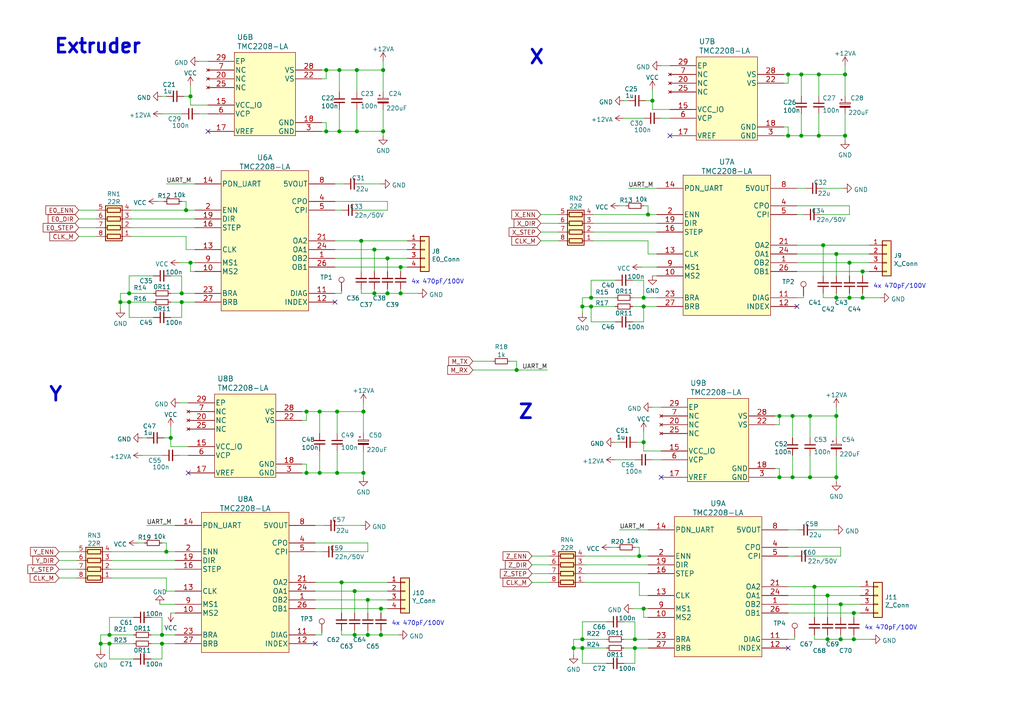
<source format=kicad_sch>
(kicad_sch (version 20210406) (generator eeschema)
  (paper "A4")
  (junction (at 29.21 186.69) (diameter 1.016))
  (junction (at 31.75 184.15) (diameter 1.016))
  (junction (at 31.75 186.69) (diameter 1.016))
  (junction (at 34.925 87.63) (diameter 1.016))
  (junction (at 37.465 85.09) (diameter 1.016))
  (junction (at 37.465 87.63) (diameter 1.016))
  (junction (at 46.99 184.15) (diameter 1.016))
  (junction (at 46.99 186.69) (diameter 1.016))
  (junction (at 48.26 160.02) (diameter 1.016))
  (junction (at 49.53 127) (diameter 1.016))
  (junction (at 52.705 85.09) (diameter 1.016))
  (junction (at 52.705 87.63) (diameter 1.016))
  (junction (at 53.975 60.96) (diameter 1.016))
  (junction (at 55.245 27.94) (diameter 1.016))
  (junction (at 55.245 76.2) (diameter 1.016))
  (junction (at 88.9 119.38) (diameter 1.016))
  (junction (at 88.9 137.16) (diameter 1.016))
  (junction (at 92.71 119.38) (diameter 1.016))
  (junction (at 92.71 137.16) (diameter 1.016))
  (junction (at 94.615 20.32) (diameter 1.016))
  (junction (at 94.615 38.1) (diameter 1.016))
  (junction (at 97.79 119.38) (diameter 1.016))
  (junction (at 97.79 137.16) (diameter 1.016))
  (junction (at 98.425 20.32) (diameter 1.016))
  (junction (at 98.425 38.1) (diameter 1.016))
  (junction (at 99.06 168.91) (diameter 1.016))
  (junction (at 102.87 171.45) (diameter 1.016))
  (junction (at 102.87 184.15) (diameter 1.016))
  (junction (at 103.505 20.32) (diameter 1.016))
  (junction (at 103.505 38.1) (diameter 1.016))
  (junction (at 104.775 69.85) (diameter 1.016))
  (junction (at 105.41 119.38) (diameter 1.016))
  (junction (at 105.41 137.16) (diameter 1.016))
  (junction (at 106.68 173.99) (diameter 1.016))
  (junction (at 106.68 184.15) (diameter 1.016))
  (junction (at 108.585 72.39) (diameter 1.016))
  (junction (at 108.585 85.09) (diameter 1.016))
  (junction (at 110.49 176.53) (diameter 1.016))
  (junction (at 110.49 184.15) (diameter 1.016))
  (junction (at 111.125 20.32) (diameter 1.016))
  (junction (at 111.125 38.1) (diameter 1.016))
  (junction (at 112.395 74.93) (diameter 1.016))
  (junction (at 112.395 85.09) (diameter 1.016))
  (junction (at 116.205 77.47) (diameter 1.016))
  (junction (at 116.205 85.09) (diameter 1.016))
  (junction (at 149.86 107.315) (diameter 1.016))
  (junction (at 166.37 187.96) (diameter 1.016))
  (junction (at 168.91 88.9) (diameter 1.016))
  (junction (at 168.91 185.42) (diameter 1.016))
  (junction (at 168.91 187.96) (diameter 1.016))
  (junction (at 171.45 86.36) (diameter 1.016))
  (junction (at 171.45 88.9) (diameter 1.016))
  (junction (at 184.15 185.42) (diameter 1.016))
  (junction (at 184.15 187.96) (diameter 1.016))
  (junction (at 185.42 161.29) (diameter 1.016))
  (junction (at 186.69 86.36) (diameter 1.016))
  (junction (at 186.69 88.9) (diameter 1.016))
  (junction (at 186.69 128.27) (diameter 1.016))
  (junction (at 186.69 176.53) (diameter 1.016))
  (junction (at 187.96 62.23) (diameter 1.016))
  (junction (at 189.23 29.21) (diameter 1.016))
  (junction (at 226.06 120.65) (diameter 1.016))
  (junction (at 226.06 138.43) (diameter 1.016))
  (junction (at 228.6 21.59) (diameter 1.016))
  (junction (at 228.6 39.37) (diameter 1.016))
  (junction (at 229.87 120.65) (diameter 1.016))
  (junction (at 229.87 138.43) (diameter 1.016))
  (junction (at 232.41 21.59) (diameter 1.016))
  (junction (at 232.41 39.37) (diameter 1.016))
  (junction (at 234.95 120.65) (diameter 1.016))
  (junction (at 234.95 138.43) (diameter 1.016))
  (junction (at 236.22 170.18) (diameter 1.016))
  (junction (at 237.49 21.59) (diameter 1.016))
  (junction (at 237.49 39.37) (diameter 1.016))
  (junction (at 238.76 71.12) (diameter 1.016))
  (junction (at 240.03 172.72) (diameter 1.016))
  (junction (at 240.03 185.42) (diameter 1.016))
  (junction (at 242.57 73.66) (diameter 1.016))
  (junction (at 242.57 86.36) (diameter 1.016))
  (junction (at 242.57 120.65) (diameter 1.016))
  (junction (at 242.57 138.43) (diameter 1.016))
  (junction (at 243.84 175.26) (diameter 1.016))
  (junction (at 243.84 185.42) (diameter 1.016))
  (junction (at 245.11 21.59) (diameter 1.016))
  (junction (at 245.11 39.37) (diameter 1.016))
  (junction (at 246.38 76.2) (diameter 1.016))
  (junction (at 246.38 86.36) (diameter 1.016))
  (junction (at 247.65 177.8) (diameter 1.016))
  (junction (at 247.65 185.42) (diameter 1.016))
  (junction (at 250.19 78.74) (diameter 1.016))
  (junction (at 250.19 86.36) (diameter 1.016))
  (no_connect (at 54.61 137.16))
  (no_connect (at 60.325 38.1))
  (no_connect (at 91.44 186.69))
  (no_connect (at 97.155 87.63))
  (no_connect (at 191.77 138.43))
  (no_connect (at 194.31 39.37))
  (no_connect (at 228.6 187.96))
  (no_connect (at 231.14 88.9))
  (wire (pts (xy 17.145 162.56) (xy 22.225 162.56)))
  (wire (pts (xy 17.145 167.64) (xy 22.225 167.64)))
  (wire (pts (xy 22.225 160.02) (xy 17.145 160.02)))
  (wire (pts (xy 22.225 165.1) (xy 17.145 165.1)))
  (wire (pts (xy 22.86 63.5) (xy 27.94 63.5)))
  (wire (pts (xy 22.86 68.58) (xy 27.94 68.58)))
  (wire (pts (xy 27.94 60.96) (xy 22.86 60.96)))
  (wire (pts (xy 27.94 66.04) (xy 22.86 66.04)))
  (wire (pts (xy 29.21 184.15) (xy 29.21 186.69)))
  (wire (pts (xy 29.21 184.15) (xy 31.75 184.15)))
  (wire (pts (xy 29.21 186.69) (xy 29.21 188.595)))
  (wire (pts (xy 29.21 186.69) (xy 31.75 186.69)))
  (wire (pts (xy 31.75 179.07) (xy 31.75 184.15)))
  (wire (pts (xy 31.75 184.15) (xy 38.735 184.15)))
  (wire (pts (xy 31.75 186.69) (xy 38.735 186.69)))
  (wire (pts (xy 31.75 191.135) (xy 31.75 186.69)))
  (wire (pts (xy 31.75 191.135) (xy 38.735 191.135)))
  (wire (pts (xy 32.385 160.02) (xy 48.26 160.02)))
  (wire (pts (xy 32.385 165.1) (xy 50.8 165.1)))
  (wire (pts (xy 32.385 167.64) (xy 48.26 167.64)))
  (wire (pts (xy 34.925 85.09) (xy 34.925 87.63)))
  (wire (pts (xy 34.925 85.09) (xy 37.465 85.09)))
  (wire (pts (xy 34.925 87.63) (xy 34.925 89.535)))
  (wire (pts (xy 34.925 87.63) (xy 37.465 87.63)))
  (wire (pts (xy 37.465 80.01) (xy 37.465 85.09)))
  (wire (pts (xy 37.465 85.09) (xy 44.45 85.09)))
  (wire (pts (xy 37.465 87.63) (xy 44.45 87.63)))
  (wire (pts (xy 37.465 92.075) (xy 37.465 87.63)))
  (wire (pts (xy 37.465 92.075) (xy 44.45 92.075)))
  (wire (pts (xy 38.1 60.96) (xy 53.975 60.96)))
  (wire (pts (xy 38.1 66.04) (xy 56.515 66.04)))
  (wire (pts (xy 38.1 68.58) (xy 53.975 68.58)))
  (wire (pts (xy 38.735 179.07) (xy 31.75 179.07)))
  (wire (pts (xy 40.005 157.48) (xy 41.91 157.48)))
  (wire (pts (xy 42.545 127) (xy 41.275 127)))
  (wire (pts (xy 43.815 179.07) (xy 46.99 179.07)))
  (wire (pts (xy 43.815 184.15) (xy 46.99 184.15)))
  (wire (pts (xy 43.815 186.69) (xy 46.99 186.69)))
  (wire (pts (xy 43.815 191.135) (xy 46.99 191.135)))
  (wire (pts (xy 44.45 80.01) (xy 37.465 80.01)))
  (wire (pts (xy 45.72 58.42) (xy 47.625 58.42)))
  (wire (pts (xy 46.355 175.26) (xy 50.8 175.26)))
  (wire (pts (xy 46.99 132.08) (xy 41.275 132.08)))
  (wire (pts (xy 46.99 157.48) (xy 48.26 157.48)))
  (wire (pts (xy 46.99 179.07) (xy 46.99 184.15)))
  (wire (pts (xy 46.99 184.15) (xy 50.8 184.15)))
  (wire (pts (xy 46.99 186.69) (xy 50.8 186.69)))
  (wire (pts (xy 46.99 191.135) (xy 46.99 186.69)))
  (wire (pts (xy 47.625 127) (xy 49.53 127)))
  (wire (pts (xy 48.26 27.94) (xy 46.99 27.94)))
  (wire (pts (xy 48.26 157.48) (xy 48.26 160.02)))
  (wire (pts (xy 48.26 160.02) (xy 50.8 160.02)))
  (wire (pts (xy 48.26 167.64) (xy 48.26 171.45)))
  (wire (pts (xy 48.26 171.45) (xy 50.8 171.45)))
  (wire (pts (xy 49.53 80.01) (xy 52.705 80.01)))
  (wire (pts (xy 49.53 85.09) (xy 52.705 85.09)))
  (wire (pts (xy 49.53 87.63) (xy 52.705 87.63)))
  (wire (pts (xy 49.53 92.075) (xy 52.705 92.075)))
  (wire (pts (xy 49.53 123.825) (xy 49.53 127)))
  (wire (pts (xy 49.53 127) (xy 49.53 129.54)))
  (wire (pts (xy 49.53 129.54) (xy 54.61 129.54)))
  (wire (pts (xy 50.8 152.4) (xy 42.545 152.4)))
  (wire (pts (xy 50.8 162.56) (xy 32.385 162.56)))
  (wire (pts (xy 50.8 177.8) (xy 49.53 177.8)))
  (wire (pts (xy 52.07 76.2) (xy 55.245 76.2)))
  (wire (pts (xy 52.07 132.08) (xy 54.61 132.08)))
  (wire (pts (xy 52.705 33.02) (xy 46.99 33.02)))
  (wire (pts (xy 52.705 58.42) (xy 53.975 58.42)))
  (wire (pts (xy 52.705 80.01) (xy 52.705 85.09)))
  (wire (pts (xy 52.705 85.09) (xy 56.515 85.09)))
  (wire (pts (xy 52.705 87.63) (xy 56.515 87.63)))
  (wire (pts (xy 52.705 92.075) (xy 52.705 87.63)))
  (wire (pts (xy 53.34 27.94) (xy 55.245 27.94)))
  (wire (pts (xy 53.975 58.42) (xy 53.975 60.96)))
  (wire (pts (xy 53.975 60.96) (xy 56.515 60.96)))
  (wire (pts (xy 53.975 68.58) (xy 53.975 72.39)))
  (wire (pts (xy 53.975 72.39) (xy 56.515 72.39)))
  (wire (pts (xy 54.61 116.84) (xy 52.07 116.84)))
  (wire (pts (xy 55.245 24.765) (xy 55.245 27.94)))
  (wire (pts (xy 55.245 27.94) (xy 55.245 30.48)))
  (wire (pts (xy 55.245 30.48) (xy 60.325 30.48)))
  (wire (pts (xy 55.245 76.2) (xy 56.515 76.2)))
  (wire (pts (xy 55.245 78.74) (xy 55.245 76.2)))
  (wire (pts (xy 56.515 53.34) (xy 48.26 53.34)))
  (wire (pts (xy 56.515 63.5) (xy 38.1 63.5)))
  (wire (pts (xy 56.515 78.74) (xy 55.245 78.74)))
  (wire (pts (xy 57.785 33.02) (xy 60.325 33.02)))
  (wire (pts (xy 60.325 17.78) (xy 57.785 17.78)))
  (wire (pts (xy 87.63 119.38) (xy 88.9 119.38)))
  (wire (pts (xy 87.63 121.92) (xy 88.9 121.92)))
  (wire (pts (xy 87.63 134.62) (xy 88.9 134.62)))
  (wire (pts (xy 87.63 137.16) (xy 88.9 137.16)))
  (wire (pts (xy 88.9 119.38) (xy 92.71 119.38)))
  (wire (pts (xy 88.9 121.92) (xy 88.9 119.38)))
  (wire (pts (xy 88.9 134.62) (xy 88.9 137.16)))
  (wire (pts (xy 88.9 137.16) (xy 92.71 137.16)))
  (wire (pts (xy 91.44 152.4) (xy 93.98 152.4)))
  (wire (pts (xy 91.44 157.48) (xy 106.68 157.48)))
  (wire (pts (xy 91.44 168.91) (xy 99.06 168.91)))
  (wire (pts (xy 91.44 171.45) (xy 102.87 171.45)))
  (wire (pts (xy 91.44 173.99) (xy 106.68 173.99)))
  (wire (pts (xy 91.44 176.53) (xy 110.49 176.53)))
  (wire (pts (xy 92.71 119.38) (xy 97.79 119.38)))
  (wire (pts (xy 92.71 125.73) (xy 92.71 119.38)))
  (wire (pts (xy 92.71 130.81) (xy 92.71 137.16)))
  (wire (pts (xy 92.71 137.16) (xy 97.79 137.16)))
  (wire (pts (xy 93.345 20.32) (xy 94.615 20.32)))
  (wire (pts (xy 93.345 22.86) (xy 94.615 22.86)))
  (wire (pts (xy 93.345 35.56) (xy 94.615 35.56)))
  (wire (pts (xy 93.345 38.1) (xy 94.615 38.1)))
  (wire (pts (xy 93.345 160.02) (xy 91.44 160.02)))
  (wire (pts (xy 93.345 183.515) (xy 93.345 184.15)))
  (wire (pts (xy 93.345 184.15) (xy 91.44 184.15)))
  (wire (pts (xy 94.615 20.32) (xy 98.425 20.32)))
  (wire (pts (xy 94.615 22.86) (xy 94.615 20.32)))
  (wire (pts (xy 94.615 35.56) (xy 94.615 38.1)))
  (wire (pts (xy 94.615 38.1) (xy 98.425 38.1)))
  (wire (pts (xy 97.155 53.34) (xy 99.695 53.34)))
  (wire (pts (xy 97.155 58.42) (xy 112.395 58.42)))
  (wire (pts (xy 97.155 69.85) (xy 104.775 69.85)))
  (wire (pts (xy 97.155 72.39) (xy 108.585 72.39)))
  (wire (pts (xy 97.155 74.93) (xy 112.395 74.93)))
  (wire (pts (xy 97.155 77.47) (xy 116.205 77.47)))
  (wire (pts (xy 97.79 119.38) (xy 105.41 119.38)))
  (wire (pts (xy 97.79 125.73) (xy 97.79 119.38)))
  (wire (pts (xy 97.79 130.81) (xy 97.79 137.16)))
  (wire (pts (xy 97.79 137.16) (xy 105.41 137.16)))
  (wire (pts (xy 98.425 20.32) (xy 103.505 20.32)))
  (wire (pts (xy 98.425 26.67) (xy 98.425 20.32)))
  (wire (pts (xy 98.425 31.75) (xy 98.425 38.1)))
  (wire (pts (xy 98.425 38.1) (xy 103.505 38.1)))
  (wire (pts (xy 99.06 60.96) (xy 97.155 60.96)))
  (wire (pts (xy 99.06 84.455) (xy 99.06 85.09)))
  (wire (pts (xy 99.06 85.09) (xy 97.155 85.09)))
  (wire (pts (xy 99.06 168.91) (xy 112.395 168.91)))
  (wire (pts (xy 99.06 177.8) (xy 99.06 168.91)))
  (wire (pts (xy 99.06 184.15) (xy 99.06 182.88)))
  (wire (pts (xy 102.87 171.45) (xy 112.395 171.45)))
  (wire (pts (xy 102.87 177.8) (xy 102.87 171.45)))
  (wire (pts (xy 102.87 182.88) (xy 102.87 184.15)))
  (wire (pts (xy 102.87 184.15) (xy 99.06 184.15)))
  (wire (pts (xy 103.505 20.32) (xy 111.125 20.32)))
  (wire (pts (xy 103.505 26.67) (xy 103.505 20.32)))
  (wire (pts (xy 103.505 31.75) (xy 103.505 38.1)))
  (wire (pts (xy 103.505 38.1) (xy 111.125 38.1)))
  (wire (pts (xy 104.775 69.85) (xy 118.11 69.85)))
  (wire (pts (xy 104.775 78.74) (xy 104.775 69.85)))
  (wire (pts (xy 104.775 85.09) (xy 104.775 83.82)))
  (wire (pts (xy 104.775 152.4) (xy 99.06 152.4)))
  (wire (pts (xy 105.41 116.84) (xy 105.41 119.38)))
  (wire (pts (xy 105.41 119.38) (xy 105.41 125.73)))
  (wire (pts (xy 105.41 130.81) (xy 105.41 137.16)))
  (wire (pts (xy 105.41 138.43) (xy 105.41 137.16)))
  (wire (pts (xy 106.68 157.48) (xy 106.68 160.02)))
  (wire (pts (xy 106.68 160.02) (xy 98.425 160.02)))
  (wire (pts (xy 106.68 173.99) (xy 112.395 173.99)))
  (wire (pts (xy 106.68 177.8) (xy 106.68 173.99)))
  (wire (pts (xy 106.68 182.88) (xy 106.68 184.15)))
  (wire (pts (xy 106.68 184.15) (xy 102.87 184.15)))
  (wire (pts (xy 108.585 72.39) (xy 118.11 72.39)))
  (wire (pts (xy 108.585 78.74) (xy 108.585 72.39)))
  (wire (pts (xy 108.585 83.82) (xy 108.585 85.09)))
  (wire (pts (xy 108.585 85.09) (xy 104.775 85.09)))
  (wire (pts (xy 110.49 53.34) (xy 104.775 53.34)))
  (wire (pts (xy 110.49 176.53) (xy 112.395 176.53)))
  (wire (pts (xy 110.49 177.8) (xy 110.49 176.53)))
  (wire (pts (xy 110.49 182.88) (xy 110.49 184.15)))
  (wire (pts (xy 110.49 184.15) (xy 106.68 184.15)))
  (wire (pts (xy 111.125 17.78) (xy 111.125 20.32)))
  (wire (pts (xy 111.125 20.32) (xy 111.125 26.67)))
  (wire (pts (xy 111.125 31.75) (xy 111.125 38.1)))
  (wire (pts (xy 111.125 39.37) (xy 111.125 38.1)))
  (wire (pts (xy 112.395 58.42) (xy 112.395 60.96)))
  (wire (pts (xy 112.395 60.96) (xy 104.14 60.96)))
  (wire (pts (xy 112.395 74.93) (xy 118.11 74.93)))
  (wire (pts (xy 112.395 78.74) (xy 112.395 74.93)))
  (wire (pts (xy 112.395 83.82) (xy 112.395 85.09)))
  (wire (pts (xy 112.395 85.09) (xy 108.585 85.09)))
  (wire (pts (xy 115.57 184.15) (xy 110.49 184.15)))
  (wire (pts (xy 116.205 77.47) (xy 118.11 77.47)))
  (wire (pts (xy 116.205 78.74) (xy 116.205 77.47)))
  (wire (pts (xy 116.205 83.82) (xy 116.205 85.09)))
  (wire (pts (xy 116.205 85.09) (xy 112.395 85.09)))
  (wire (pts (xy 121.285 85.09) (xy 116.205 85.09)))
  (wire (pts (xy 142.875 104.775) (xy 137.16 104.775)))
  (wire (pts (xy 147.955 104.775) (xy 149.86 104.775)))
  (wire (pts (xy 149.86 104.775) (xy 149.86 107.315)))
  (wire (pts (xy 149.86 107.315) (xy 137.16 107.315)))
  (wire (pts (xy 154.305 163.83) (xy 159.385 163.83)))
  (wire (pts (xy 154.305 168.91) (xy 159.385 168.91)))
  (wire (pts (xy 156.845 64.77) (xy 161.925 64.77)))
  (wire (pts (xy 156.845 69.85) (xy 161.925 69.85)))
  (wire (pts (xy 158.75 107.315) (xy 149.86 107.315)))
  (wire (pts (xy 159.385 161.29) (xy 154.305 161.29)))
  (wire (pts (xy 159.385 166.37) (xy 154.305 166.37)))
  (wire (pts (xy 161.925 62.23) (xy 156.845 62.23)))
  (wire (pts (xy 161.925 67.31) (xy 156.845 67.31)))
  (wire (pts (xy 166.37 185.42) (xy 166.37 187.96)))
  (wire (pts (xy 166.37 185.42) (xy 168.91 185.42)))
  (wire (pts (xy 166.37 187.96) (xy 166.37 189.865)))
  (wire (pts (xy 166.37 187.96) (xy 168.91 187.96)))
  (wire (pts (xy 168.91 86.36) (xy 168.91 88.9)))
  (wire (pts (xy 168.91 86.36) (xy 171.45 86.36)))
  (wire (pts (xy 168.91 88.9) (xy 168.91 90.805)))
  (wire (pts (xy 168.91 88.9) (xy 171.45 88.9)))
  (wire (pts (xy 168.91 180.34) (xy 168.91 185.42)))
  (wire (pts (xy 168.91 185.42) (xy 175.895 185.42)))
  (wire (pts (xy 168.91 187.96) (xy 175.895 187.96)))
  (wire (pts (xy 168.91 192.405) (xy 168.91 187.96)))
  (wire (pts (xy 168.91 192.405) (xy 175.895 192.405)))
  (wire (pts (xy 169.545 161.29) (xy 185.42 161.29)))
  (wire (pts (xy 169.545 166.37) (xy 187.96 166.37)))
  (wire (pts (xy 169.545 168.91) (xy 185.42 168.91)))
  (wire (pts (xy 171.45 81.28) (xy 171.45 86.36)))
  (wire (pts (xy 171.45 86.36) (xy 178.435 86.36)))
  (wire (pts (xy 171.45 88.9) (xy 178.435 88.9)))
  (wire (pts (xy 171.45 93.345) (xy 171.45 88.9)))
  (wire (pts (xy 171.45 93.345) (xy 178.435 93.345)))
  (wire (pts (xy 172.085 62.23) (xy 187.96 62.23)))
  (wire (pts (xy 172.085 67.31) (xy 190.5 67.31)))
  (wire (pts (xy 172.085 69.85) (xy 187.96 69.85)))
  (wire (pts (xy 175.895 180.34) (xy 168.91 180.34)))
  (wire (pts (xy 177.165 158.75) (xy 179.07 158.75)))
  (wire (pts (xy 178.435 81.28) (xy 171.45 81.28)))
  (wire (pts (xy 179.705 59.69) (xy 181.61 59.69)))
  (wire (pts (xy 179.705 128.27) (xy 178.435 128.27)))
  (wire (pts (xy 180.975 180.34) (xy 184.15 180.34)))
  (wire (pts (xy 180.975 185.42) (xy 184.15 185.42)))
  (wire (pts (xy 180.975 187.96) (xy 184.15 187.96)))
  (wire (pts (xy 180.975 192.405) (xy 184.15 192.405)))
  (wire (pts (xy 182.245 29.21) (xy 180.975 29.21)))
  (wire (pts (xy 183.515 81.28) (xy 186.69 81.28)))
  (wire (pts (xy 183.515 86.36) (xy 186.69 86.36)))
  (wire (pts (xy 183.515 88.9) (xy 186.69 88.9)))
  (wire (pts (xy 183.515 93.345) (xy 186.69 93.345)))
  (wire (pts (xy 183.515 176.53) (xy 186.69 176.53)))
  (wire (pts (xy 184.15 133.35) (xy 178.435 133.35)))
  (wire (pts (xy 184.15 158.75) (xy 185.42 158.75)))
  (wire (pts (xy 184.15 180.34) (xy 184.15 185.42)))
  (wire (pts (xy 184.15 185.42) (xy 187.96 185.42)))
  (wire (pts (xy 184.15 187.96) (xy 187.96 187.96)))
  (wire (pts (xy 184.15 192.405) (xy 184.15 187.96)))
  (wire (pts (xy 184.785 128.27) (xy 186.69 128.27)))
  (wire (pts (xy 185.42 158.75) (xy 185.42 161.29)))
  (wire (pts (xy 185.42 161.29) (xy 187.96 161.29)))
  (wire (pts (xy 185.42 168.91) (xy 185.42 172.72)))
  (wire (pts (xy 185.42 172.72) (xy 187.96 172.72)))
  (wire (pts (xy 186.055 77.47) (xy 190.5 77.47)))
  (wire (pts (xy 186.69 34.29) (xy 180.975 34.29)))
  (wire (pts (xy 186.69 59.69) (xy 187.96 59.69)))
  (wire (pts (xy 186.69 81.28) (xy 186.69 86.36)))
  (wire (pts (xy 186.69 86.36) (xy 190.5 86.36)))
  (wire (pts (xy 186.69 88.9) (xy 190.5 88.9)))
  (wire (pts (xy 186.69 93.345) (xy 186.69 88.9)))
  (wire (pts (xy 186.69 125.095) (xy 186.69 128.27)))
  (wire (pts (xy 186.69 128.27) (xy 186.69 130.81)))
  (wire (pts (xy 186.69 130.81) (xy 191.77 130.81)))
  (wire (pts (xy 186.69 176.53) (xy 187.96 176.53)))
  (wire (pts (xy 186.69 179.07) (xy 186.69 176.53)))
  (wire (pts (xy 187.325 29.21) (xy 189.23 29.21)))
  (wire (pts (xy 187.96 59.69) (xy 187.96 62.23)))
  (wire (pts (xy 187.96 62.23) (xy 190.5 62.23)))
  (wire (pts (xy 187.96 69.85) (xy 187.96 73.66)))
  (wire (pts (xy 187.96 73.66) (xy 190.5 73.66)))
  (wire (pts (xy 187.96 153.67) (xy 179.705 153.67)))
  (wire (pts (xy 187.96 163.83) (xy 169.545 163.83)))
  (wire (pts (xy 187.96 179.07) (xy 186.69 179.07)))
  (wire (pts (xy 189.23 26.035) (xy 189.23 29.21)))
  (wire (pts (xy 189.23 29.21) (xy 189.23 31.75)))
  (wire (pts (xy 189.23 31.75) (xy 194.31 31.75)))
  (wire (pts (xy 189.23 133.35) (xy 191.77 133.35)))
  (wire (pts (xy 190.5 54.61) (xy 182.245 54.61)))
  (wire (pts (xy 190.5 64.77) (xy 172.085 64.77)))
  (wire (pts (xy 190.5 80.01) (xy 189.23 80.01)))
  (wire (pts (xy 191.77 34.29) (xy 194.31 34.29)))
  (wire (pts (xy 191.77 118.11) (xy 189.23 118.11)))
  (wire (pts (xy 194.31 19.05) (xy 191.77 19.05)))
  (wire (pts (xy 224.79 120.65) (xy 226.06 120.65)))
  (wire (pts (xy 224.79 123.19) (xy 226.06 123.19)))
  (wire (pts (xy 224.79 135.89) (xy 226.06 135.89)))
  (wire (pts (xy 224.79 138.43) (xy 226.06 138.43)))
  (wire (pts (xy 226.06 120.65) (xy 229.87 120.65)))
  (wire (pts (xy 226.06 123.19) (xy 226.06 120.65)))
  (wire (pts (xy 226.06 135.89) (xy 226.06 138.43)))
  (wire (pts (xy 226.06 138.43) (xy 229.87 138.43)))
  (wire (pts (xy 227.33 21.59) (xy 228.6 21.59)))
  (wire (pts (xy 227.33 24.13) (xy 228.6 24.13)))
  (wire (pts (xy 227.33 36.83) (xy 228.6 36.83)))
  (wire (pts (xy 227.33 39.37) (xy 228.6 39.37)))
  (wire (pts (xy 228.6 21.59) (xy 232.41 21.59)))
  (wire (pts (xy 228.6 24.13) (xy 228.6 21.59)))
  (wire (pts (xy 228.6 36.83) (xy 228.6 39.37)))
  (wire (pts (xy 228.6 39.37) (xy 232.41 39.37)))
  (wire (pts (xy 228.6 153.67) (xy 231.14 153.67)))
  (wire (pts (xy 228.6 158.75) (xy 243.84 158.75)))
  (wire (pts (xy 228.6 170.18) (xy 236.22 170.18)))
  (wire (pts (xy 228.6 172.72) (xy 240.03 172.72)))
  (wire (pts (xy 228.6 175.26) (xy 243.84 175.26)))
  (wire (pts (xy 228.6 177.8) (xy 247.65 177.8)))
  (wire (pts (xy 229.87 120.65) (xy 234.95 120.65)))
  (wire (pts (xy 229.87 127) (xy 229.87 120.65)))
  (wire (pts (xy 229.87 132.08) (xy 229.87 138.43)))
  (wire (pts (xy 229.87 138.43) (xy 234.95 138.43)))
  (wire (pts (xy 230.505 161.29) (xy 228.6 161.29)))
  (wire (pts (xy 230.505 184.785) (xy 230.505 185.42)))
  (wire (pts (xy 230.505 185.42) (xy 228.6 185.42)))
  (wire (pts (xy 231.14 54.61) (xy 233.68 54.61)))
  (wire (pts (xy 231.14 59.69) (xy 246.38 59.69)))
  (wire (pts (xy 231.14 71.12) (xy 238.76 71.12)))
  (wire (pts (xy 231.14 73.66) (xy 242.57 73.66)))
  (wire (pts (xy 231.14 76.2) (xy 246.38 76.2)))
  (wire (pts (xy 231.14 78.74) (xy 250.19 78.74)))
  (wire (pts (xy 232.41 21.59) (xy 237.49 21.59)))
  (wire (pts (xy 232.41 27.94) (xy 232.41 21.59)))
  (wire (pts (xy 232.41 33.02) (xy 232.41 39.37)))
  (wire (pts (xy 232.41 39.37) (xy 237.49 39.37)))
  (wire (pts (xy 233.045 62.23) (xy 231.14 62.23)))
  (wire (pts (xy 233.045 85.725) (xy 233.045 86.36)))
  (wire (pts (xy 233.045 86.36) (xy 231.14 86.36)))
  (wire (pts (xy 234.95 120.65) (xy 242.57 120.65)))
  (wire (pts (xy 234.95 127) (xy 234.95 120.65)))
  (wire (pts (xy 234.95 132.08) (xy 234.95 138.43)))
  (wire (pts (xy 234.95 138.43) (xy 242.57 138.43)))
  (wire (pts (xy 236.22 170.18) (xy 249.555 170.18)))
  (wire (pts (xy 236.22 179.07) (xy 236.22 170.18)))
  (wire (pts (xy 236.22 185.42) (xy 236.22 184.15)))
  (wire (pts (xy 237.49 21.59) (xy 245.11 21.59)))
  (wire (pts (xy 237.49 27.94) (xy 237.49 21.59)))
  (wire (pts (xy 237.49 33.02) (xy 237.49 39.37)))
  (wire (pts (xy 237.49 39.37) (xy 245.11 39.37)))
  (wire (pts (xy 238.76 71.12) (xy 252.095 71.12)))
  (wire (pts (xy 238.76 80.01) (xy 238.76 71.12)))
  (wire (pts (xy 238.76 86.36) (xy 238.76 85.09)))
  (wire (pts (xy 240.03 172.72) (xy 249.555 172.72)))
  (wire (pts (xy 240.03 179.07) (xy 240.03 172.72)))
  (wire (pts (xy 240.03 184.15) (xy 240.03 185.42)))
  (wire (pts (xy 240.03 185.42) (xy 236.22 185.42)))
  (wire (pts (xy 241.935 153.67) (xy 236.22 153.67)))
  (wire (pts (xy 242.57 73.66) (xy 252.095 73.66)))
  (wire (pts (xy 242.57 80.01) (xy 242.57 73.66)))
  (wire (pts (xy 242.57 85.09) (xy 242.57 86.36)))
  (wire (pts (xy 242.57 86.36) (xy 238.76 86.36)))
  (wire (pts (xy 242.57 118.11) (xy 242.57 120.65)))
  (wire (pts (xy 242.57 120.65) (xy 242.57 127)))
  (wire (pts (xy 242.57 132.08) (xy 242.57 138.43)))
  (wire (pts (xy 242.57 139.7) (xy 242.57 138.43)))
  (wire (pts (xy 243.84 158.75) (xy 243.84 161.29)))
  (wire (pts (xy 243.84 161.29) (xy 235.585 161.29)))
  (wire (pts (xy 243.84 175.26) (xy 249.555 175.26)))
  (wire (pts (xy 243.84 179.07) (xy 243.84 175.26)))
  (wire (pts (xy 243.84 184.15) (xy 243.84 185.42)))
  (wire (pts (xy 243.84 185.42) (xy 240.03 185.42)))
  (wire (pts (xy 244.475 54.61) (xy 238.76 54.61)))
  (wire (pts (xy 245.11 19.05) (xy 245.11 21.59)))
  (wire (pts (xy 245.11 21.59) (xy 245.11 27.94)))
  (wire (pts (xy 245.11 33.02) (xy 245.11 39.37)))
  (wire (pts (xy 245.11 40.64) (xy 245.11 39.37)))
  (wire (pts (xy 246.38 59.69) (xy 246.38 62.23)))
  (wire (pts (xy 246.38 62.23) (xy 238.125 62.23)))
  (wire (pts (xy 246.38 76.2) (xy 252.095 76.2)))
  (wire (pts (xy 246.38 80.01) (xy 246.38 76.2)))
  (wire (pts (xy 246.38 85.09) (xy 246.38 86.36)))
  (wire (pts (xy 246.38 86.36) (xy 242.57 86.36)))
  (wire (pts (xy 247.65 177.8) (xy 249.555 177.8)))
  (wire (pts (xy 247.65 179.07) (xy 247.65 177.8)))
  (wire (pts (xy 247.65 184.15) (xy 247.65 185.42)))
  (wire (pts (xy 247.65 185.42) (xy 243.84 185.42)))
  (wire (pts (xy 250.19 78.74) (xy 252.095 78.74)))
  (wire (pts (xy 250.19 80.01) (xy 250.19 78.74)))
  (wire (pts (xy 250.19 85.09) (xy 250.19 86.36)))
  (wire (pts (xy 250.19 86.36) (xy 246.38 86.36)))
  (wire (pts (xy 252.73 185.42) (xy 247.65 185.42)))
  (wire (pts (xy 255.27 86.36) (xy 250.19 86.36)))
  (text "Y" (at 18.415 116.84 180) (effects (font (size 4 4) (thickness 0.8) bold) (justify right bottom)))
  (text "Extruder" (at 41.275 15.875 180) (effects (font (size 4 4) (thickness 0.8) bold) (justify right bottom)))
  (text "4x 470pF/100V" (at 128.905 181.61 180) (effects (font (size 1.27 1.27)) (justify right bottom)))
  (text "4x 470pF/100V" (at 134.62 82.55 180) (effects (font (size 1.27 1.27)) (justify right bottom)))
  (text "Z" (at 154.94 121.92 180) (effects (font (size 4 4) (thickness 0.8) bold) (justify right bottom)))
  (text "X" (at 158.115 19.05 180) (effects (font (size 4 4) (thickness 0.8) bold) (justify right bottom)))
  (text "4x 470pF/100V" (at 266.065 182.88 180) (effects (font (size 1.27 1.27)) (justify right bottom)))
  (text "4x 470pF/100V" (at 268.605 83.82 180) (effects (font (size 1.27 1.27)) (justify right bottom)))
  (label "UART_M" (at 42.545 152.4 0))
  (label "UART_M" (at 48.26 53.34 0))
  (label "UART_M" (at 158.75 107.315 180))
  (label "UART_M" (at 179.705 153.67 0))
  (label "UART_M" (at 182.245 54.61 0))
  (global_label "Y_ENN" (shape input) (at 17.145 160.02 180) (property "Intersheet References" "${INTERSHEET_REFS}" (effects hide)))
  (global_label "Y_DIR" (shape input) (at 17.145 162.56 180) (property "Intersheet References" "${INTERSHEET_REFS}" (effects hide)))
  (global_label "Y_STEP" (shape input) (at 17.145 165.1 180) (property "Intersheet References" "${INTERSHEET_REFS}" (effects hide)))
  (global_label "CLK_M" (shape input) (at 17.145 167.64 180) (property "Intersheet References" "${INTERSHEET_REFS}" (effects hide)))
  (global_label "E0_ENN" (shape input) (at 22.86 60.96 180) (property "Intersheet References" "${INTERSHEET_REFS}" (effects hide)))
  (global_label "E0_DIR" (shape input) (at 22.86 63.5 180) (property "Intersheet References" "${INTERSHEET_REFS}" (effects hide)))
  (global_label "E0_STEP" (shape input) (at 22.86 66.04 180) (property "Intersheet References" "${INTERSHEET_REFS}" (effects hide)))
  (global_label "CLK_M" (shape input) (at 22.86 68.58 180) (property "Intersheet References" "${INTERSHEET_REFS}" (effects hide)))
  (global_label "M_TX" (shape input) (at 137.16 104.775 180) (property "Intersheet References" "${INTERSHEET_REFS}" (effects hide)))
  (global_label "M_RX" (shape input) (at 137.16 107.315 180) (property "Intersheet References" "${INTERSHEET_REFS}" (effects hide)))
  (global_label "Z_ENN" (shape input) (at 154.305 161.29 180) (property "Intersheet References" "${INTERSHEET_REFS}" (effects hide)))
  (global_label "Z_DIR" (shape input) (at 154.305 163.83 180) (property "Intersheet References" "${INTERSHEET_REFS}" (effects hide)))
  (global_label "Z_STEP" (shape input) (at 154.305 166.37 180) (property "Intersheet References" "${INTERSHEET_REFS}" (effects hide)))
  (global_label "CLK_M" (shape input) (at 154.305 168.91 180) (property "Intersheet References" "${INTERSHEET_REFS}" (effects hide)))
  (global_label "X_ENN" (shape input) (at 156.845 62.23 180) (property "Intersheet References" "${INTERSHEET_REFS}" (effects hide)))
  (global_label "X_DIR" (shape input) (at 156.845 64.77 180) (property "Intersheet References" "${INTERSHEET_REFS}" (effects hide)))
  (global_label "X_STEP" (shape input) (at 156.845 67.31 180) (property "Intersheet References" "${INTERSHEET_REFS}" (effects hide)))
  (global_label "CLK_M" (shape input) (at 156.845 69.85 180) (property "Intersheet References" "${INTERSHEET_REFS}" (effects hide)))
  (symbol (lib_id "power:VCC") (at 40.005 157.48 90) (unit 1)
    (property "Reference" "#PWR077" (effects hide))
    (property "Value" "VCC" (at 36.8299 157.8685 90) (effects (justify left)))
  )
  (symbol (lib_id "power:+12VA") (at 41.275 132.08 90) (unit 1)
    (property "Reference" "#PWR071" (effects hide))
    (property "Value" "+12VA" (at 38.0999 132.4685 90) (effects (justify left)))
  )
  (symbol (lib_id "power:VCC") (at 45.72 58.42 90) (unit 1)
    (property "Reference" "#PWR054" (effects hide))
    (property "Value" "VCC" (at 42.5449 58.8085 90) (effects (justify left)))
  )
  (symbol (lib_id "power:+12VA") (at 46.99 33.02 90) (unit 1)
    (property "Reference" "#PWR048" (effects hide))
    (property "Value" "+12VA" (at 43.8149 33.4085 90) (effects (justify left)))
  )
  (symbol (lib_id "power:VCC") (at 49.53 123.825 0) (unit 1)
    (property "Reference" "#PWR067" (effects hide))
    (property "Value" "VCC" (at 49.53 120.2776 0))
  )
  (symbol (lib_id "power:VCC") (at 49.53 177.8 180) (unit 1)
    (property "Reference" "#PWR081" (effects hide))
    (property "Value" "VCC" (at 49.53 182.1244 0))
  )
  (symbol (lib_id "power:VCC") (at 52.07 76.2 90) (unit 1)
    (property "Reference" "#PWR056" (effects hide))
    (property "Value" "VCC" (at 48.8949 76.5885 90) (effects (justify left)))
  )
  (symbol (lib_id "power:VCC") (at 55.245 24.765 0) (unit 1)
    (property "Reference" "#PWR044" (effects hide))
    (property "Value" "VCC" (at 55.245 21.2176 0))
  )
  (symbol (lib_id "power:+12VA") (at 105.41 116.84 0) (unit 1)
    (property "Reference" "#PWR064" (effects hide))
    (property "Value" "+12VA" (at 105.41 113.2926 0))
  )
  (symbol (lib_id "power:+12VA") (at 111.125 17.78 0) (unit 1)
    (property "Reference" "#PWR041" (effects hide))
    (property "Value" "+12VA" (at 111.125 14.2326 0))
  )
  (symbol (lib_id "power:VCC") (at 177.165 158.75 90) (unit 1)
    (property "Reference" "#PWR078" (effects hide))
    (property "Value" "VCC" (at 173.9899 159.1385 90) (effects (justify left)))
  )
  (symbol (lib_id "power:+12VA") (at 178.435 133.35 90) (unit 1)
    (property "Reference" "#PWR072" (effects hide))
    (property "Value" "+12VA" (at 175.2599 133.7385 90) (effects (justify left)))
  )
  (symbol (lib_id "power:VCC") (at 179.705 59.69 90) (unit 1)
    (property "Reference" "#PWR055" (effects hide))
    (property "Value" "VCC" (at 176.5299 60.0785 90) (effects (justify left)))
  )
  (symbol (lib_id "power:+12VA") (at 180.975 34.29 90) (unit 1)
    (property "Reference" "#PWR049" (effects hide))
    (property "Value" "+12VA" (at 177.7999 34.6785 90) (effects (justify left)))
  )
  (symbol (lib_id "power:VCC") (at 186.055 77.47 90) (unit 1)
    (property "Reference" "#PWR057" (effects hide))
    (property "Value" "VCC" (at 182.8799 77.8585 90) (effects (justify left)))
  )
  (symbol (lib_id "power:VCC") (at 186.69 125.095 0) (unit 1)
    (property "Reference" "#PWR068" (effects hide))
    (property "Value" "VCC" (at 186.69 121.5476 0))
  )
  (symbol (lib_id "power:VCC") (at 189.23 26.035 0) (unit 1)
    (property "Reference" "#PWR045" (effects hide))
    (property "Value" "VCC" (at 189.23 22.4876 0))
  )
  (symbol (lib_id "power:+12VA") (at 242.57 118.11 0) (unit 1)
    (property "Reference" "#PWR066" (effects hide))
    (property "Value" "+12VA" (at 242.57 114.5626 0))
  )
  (symbol (lib_id "power:+12VA") (at 245.11 19.05 0) (unit 1)
    (property "Reference" "#PWR043" (effects hide))
    (property "Value" "+12VA" (at 245.11 15.5026 0))
  )
  (symbol (lib_id "Connector:TestPoint") (at 93.345 183.515 0) (unit 1)
    (property "Reference" "TP3" (at 87.1221 179.522 0) (effects (justify left)))
    (property "Value" "TestPoint" (effects hide))
  )
  (symbol (lib_id "Connector:TestPoint") (at 99.06 84.455 0) (unit 1)
    (property "Reference" "TP1" (at 92.8371 80.462 0) (effects (justify left)))
    (property "Value" "TestPoint" (effects hide))
  )
  (symbol (lib_id "Connector:TestPoint") (at 230.505 184.785 0) (unit 1)
    (property "Reference" "TP4" (at 224.2821 180.792 0) (effects (justify left)))
    (property "Value" "TestPoint" (effects hide))
  )
  (symbol (lib_id "Connector:TestPoint") (at 233.045 85.725 0) (unit 1)
    (property "Reference" "TP2" (at 226.8221 81.732 0) (effects (justify left)))
    (property "Value" "TestPoint" (effects hide))
  )
  (symbol (lib_id "power:GND") (at 29.21 188.595 0) (unit 1)
    (property "Reference" "#PWR084" (effects hide))
    (property "Value" "GND" (at 29.21 192.9194 0))
  )
  (symbol (lib_id "power:GND") (at 34.925 89.535 0) (unit 1)
    (property "Reference" "#PWR061" (effects hide))
    (property "Value" "GND" (at 34.925 93.8594 0))
  )
  (symbol (lib_id "power:GND") (at 41.275 127 270) (unit 1)
    (property "Reference" "#PWR069" (effects hide))
    (property "Value" "GND" (at 38.1 127.3885 90) (effects (justify right)))
  )
  (symbol (lib_id "power:GND") (at 46.355 175.26 180) (unit 1)
    (property "Reference" "#PWR079" (effects hide))
    (property "Value" "GND" (at 46.355 171.7126 0))
  )
  (symbol (lib_id "power:GND") (at 46.99 27.94 270) (unit 1)
    (property "Reference" "#PWR046" (effects hide))
    (property "Value" "GND" (at 43.815 28.3285 90) (effects (justify right)))
  )
  (symbol (lib_id "power:GND") (at 52.07 116.84 270) (unit 1)
    (property "Reference" "#PWR063" (effects hide))
    (property "Value" "GND" (at 48.895 117.2285 90) (effects (justify right)))
  )
  (symbol (lib_id "power:GND") (at 57.785 17.78 270) (unit 1)
    (property "Reference" "#PWR040" (effects hide))
    (property "Value" "GND" (at 54.61 18.1685 90) (effects (justify right)))
  )
  (symbol (lib_id "power:GND") (at 104.775 152.4 90) (unit 1)
    (property "Reference" "#PWR075" (effects hide))
    (property "Value" "GND" (at 107.9501 152.7885 90) (effects (justify right)))
  )
  (symbol (lib_id "power:GND") (at 105.41 138.43 0) (unit 1)
    (property "Reference" "#PWR073" (effects hide))
    (property "Value" "GND" (at 105.41 142.7544 0))
  )
  (symbol (lib_id "power:GND") (at 110.49 53.34 90) (unit 1)
    (property "Reference" "#PWR052" (effects hide))
    (property "Value" "GND" (at 113.6651 53.7285 90) (effects (justify right)))
  )
  (symbol (lib_id "power:GND") (at 111.125 39.37 0) (unit 1)
    (property "Reference" "#PWR050" (effects hide))
    (property "Value" "GND" (at 111.125 43.6944 0))
  )
  (symbol (lib_id "power:GND") (at 115.57 184.15 90) (unit 1)
    (property "Reference" "#PWR082" (effects hide))
    (property "Value" "GND" (at 118.7451 184.5385 90) (effects (justify right)))
  )
  (symbol (lib_id "power:GND") (at 121.285 85.09 90) (unit 1)
    (property "Reference" "#PWR059" (effects hide))
    (property "Value" "GND" (at 124.4601 85.4785 90) (effects (justify right)))
  )
  (symbol (lib_id "power:GND") (at 166.37 189.865 0) (unit 1)
    (property "Reference" "#PWR085" (effects hide))
    (property "Value" "GND" (at 166.37 194.1894 0))
  )
  (symbol (lib_id "power:GND") (at 168.91 90.805 0) (unit 1)
    (property "Reference" "#PWR062" (effects hide))
    (property "Value" "GND" (at 168.91 95.1294 0))
  )
  (symbol (lib_id "power:GND") (at 178.435 128.27 270) (unit 1)
    (property "Reference" "#PWR070" (effects hide))
    (property "Value" "GND" (at 175.26 128.6585 90) (effects (justify right)))
  )
  (symbol (lib_id "power:GND") (at 180.975 29.21 270) (unit 1)
    (property "Reference" "#PWR047" (effects hide))
    (property "Value" "GND" (at 177.8 29.5985 90) (effects (justify right)))
  )
  (symbol (lib_id "power:GND") (at 183.515 176.53 270) (unit 1)
    (property "Reference" "#PWR080" (effects hide))
    (property "Value" "GND" (at 180.34 176.9185 90) (effects (justify right)))
  )
  (symbol (lib_id "power:GND") (at 189.23 80.01 0) (unit 1)
    (property "Reference" "#PWR058" (effects hide))
    (property "Value" "GND" (at 189.23 84.3344 0))
  )
  (symbol (lib_id "power:GND") (at 189.23 118.11 270) (unit 1)
    (property "Reference" "#PWR065" (effects hide))
    (property "Value" "GND" (at 186.055 118.4985 90) (effects (justify right)))
  )
  (symbol (lib_id "power:GND") (at 191.77 19.05 270) (unit 1)
    (property "Reference" "#PWR042" (effects hide))
    (property "Value" "GND" (at 188.595 19.4385 90) (effects (justify right)))
  )
  (symbol (lib_id "power:GND") (at 241.935 153.67 90) (unit 1)
    (property "Reference" "#PWR076" (effects hide))
    (property "Value" "GND" (at 245.1101 154.0585 90) (effects (justify right)))
  )
  (symbol (lib_id "power:GND") (at 242.57 139.7 0) (unit 1)
    (property "Reference" "#PWR074" (effects hide))
    (property "Value" "GND" (at 242.57 144.0244 0))
  )
  (symbol (lib_id "power:GND") (at 244.475 54.61 90) (unit 1)
    (property "Reference" "#PWR053" (effects hide))
    (property "Value" "GND" (at 247.6501 54.9985 90) (effects (justify right)))
  )
  (symbol (lib_id "power:GND") (at 245.11 40.64 0) (unit 1)
    (property "Reference" "#PWR051" (effects hide))
    (property "Value" "GND" (at 245.11 44.9644 0))
  )
  (symbol (lib_id "power:GND") (at 252.73 185.42 90) (unit 1)
    (property "Reference" "#PWR083" (effects hide))
    (property "Value" "GND" (at 255.9051 185.8085 90) (effects (justify right)))
  )
  (symbol (lib_id "power:GND") (at 255.27 86.36 90) (unit 1)
    (property "Reference" "#PWR060" (effects hide))
    (property "Value" "GND" (at 258.4451 86.7485 90) (effects (justify right)))
  )
  (symbol (lib_id "Device:R_Small") (at 41.275 184.15 90) (unit 1)
    (property "Reference" "R21" (at 34.925 182.5202 90))
    (property "Value" "0R11" (at 41.275 182.2789 90))
  )
  (symbol (lib_id "Device:R_Small") (at 41.275 186.69 90) (unit 1)
    (property "Reference" "R23" (at 34.925 185.6952 90))
    (property "Value" "0R11" (at 41.275 188.6289 90))
  )
  (symbol (lib_id "Device:R_Small") (at 44.45 157.48 90) (unit 1)
    (property "Reference" "R19" (at 41.91 155.8502 90))
    (property "Value" "10k" (at 46.355 155.6089 90))
  )
  (symbol (lib_id "Device:R_Small") (at 46.99 85.09 90) (unit 1)
    (property "Reference" "R14" (at 40.64 83.4602 90))
    (property "Value" "0R11" (at 46.99 83.2189 90))
  )
  (symbol (lib_id "Device:R_Small") (at 46.99 87.63 90) (unit 1)
    (property "Reference" "R16" (at 40.64 86.6352 90))
    (property "Value" "0R11" (at 46.99 89.5689 90))
  )
  (symbol (lib_id "Device:R_Small") (at 50.165 58.42 90) (unit 1)
    (property "Reference" "R12" (at 47.625 56.7902 90))
    (property "Value" "10k" (at 52.07 56.5489 90))
  )
  (symbol (lib_id "Device:R_Small") (at 145.415 104.775 90) (unit 1)
    (property "Reference" "R18" (at 145.415 100.6052 90))
    (property "Value" "1k" (at 145.415 102.9039 90))
  )
  (symbol (lib_id "Device:R_Small") (at 178.435 185.42 90) (unit 1)
    (property "Reference" "R22" (at 172.085 183.7902 90))
    (property "Value" "0R11" (at 178.435 183.5489 90))
  )
  (symbol (lib_id "Device:R_Small") (at 178.435 187.96 90) (unit 1)
    (property "Reference" "R24" (at 172.085 186.9652 90))
    (property "Value" "0R11" (at 178.435 189.8989 90))
  )
  (symbol (lib_id "Device:R_Small") (at 180.975 86.36 90) (unit 1)
    (property "Reference" "R15" (at 174.625 84.7302 90))
    (property "Value" "0R11" (at 180.975 84.4889 90))
  )
  (symbol (lib_id "Device:R_Small") (at 180.975 88.9 90) (unit 1)
    (property "Reference" "R17" (at 174.625 87.9052 90))
    (property "Value" "0R11" (at 180.975 90.8389 90))
  )
  (symbol (lib_id "Device:R_Small") (at 181.61 158.75 90) (unit 1)
    (property "Reference" "R20" (at 179.07 157.1202 90))
    (property "Value" "10k" (at 183.515 156.8789 90))
  )
  (symbol (lib_id "Device:R_Small") (at 184.15 59.69 90) (unit 1)
    (property "Reference" "R13" (at 181.61 58.0602 90))
    (property "Value" "10k" (at 186.055 57.8189 90))
  )
  (symbol (lib_id "Device:C_Polarized_Small") (at 105.41 128.27 0) (unit 1)
    (property "Reference" "C50" (at 106.9341 126.2391 0) (effects (justify left)))
    (property "Value" "220uF" (at 106.2991 130.4428 0) (effects (justify left)))
  )
  (symbol (lib_id "Device:C_Polarized_Small") (at 111.125 29.21 0) (unit 1)
    (property "Reference" "C24" (at 112.6491 27.1791 0) (effects (justify left)))
    (property "Value" "220uF" (at 112.0141 31.3828 0) (effects (justify left)))
  )
  (symbol (lib_id "Device:C_Polarized_Small") (at 242.57 129.54 0) (unit 1)
    (property "Reference" "C54" (at 244.0941 127.5091 0) (effects (justify left)))
    (property "Value" "220uF" (at 243.4591 131.7128 0) (effects (justify left)))
  )
  (symbol (lib_id "Device:C_Polarized_Small") (at 245.11 30.48 0) (unit 1)
    (property "Reference" "C28" (at 246.6341 28.4491 0) (effects (justify left)))
    (property "Value" "220uF" (at 245.9991 32.6528 0) (effects (justify left)))
  )
  (symbol (lib_id "Device:C_Small") (at 41.275 179.07 90) (unit 1)
    (property "Reference" "C61" (at 38.6091 180.5558 90) (effects (justify left)))
    (property "Value" "100n" (at 47.2578 178.0158 90) (effects (justify left)))
  )
  (symbol (lib_id "Device:C_Small") (at 41.275 191.135 90) (unit 1)
    (property "Reference" "C71" (at 38.6091 192.6208 90) (effects (justify left)))
    (property "Value" "100n" (at 47.2578 192.6208 90) (effects (justify left)))
  )
  (symbol (lib_id "Device:C_Small") (at 45.085 127 270) (unit 1)
    (property "Reference" "C47" (at 41.4009 123.6092 90) (effects (justify left)))
    (property "Value" "1u" (at 41.6422 125.5142 90) (effects (justify left)))
  )
  (symbol (lib_id "Device:C_Small") (at 46.99 80.01 90) (unit 1)
    (property "Reference" "C35" (at 44.3241 81.4958 90) (effects (justify left)))
    (property "Value" "100n" (at 52.9728 78.9558 90) (effects (justify left)))
  )
  (symbol (lib_id "Device:C_Small") (at 46.99 92.075 90) (unit 1)
    (property "Reference" "C45" (at 44.3241 93.5608 90) (effects (justify left)))
    (property "Value" "100n" (at 52.9728 93.5608 90) (effects (justify left)))
  )
  (symbol (lib_id "Device:C_Small") (at 49.53 132.08 90) (unit 1)
    (property "Reference" "C55" (at 46.8641 133.5658 90) (effects (justify left)))
    (property "Value" "100n" (at 49.1628 135.4708 90) (effects (justify left)))
  )
  (symbol (lib_id "Device:C_Small") (at 50.8 27.94 270) (unit 1)
    (property "Reference" "C21" (at 47.1159 24.5492 90) (effects (justify left)))
    (property "Value" "1u" (at 47.3572 26.4542 90) (effects (justify left)))
  )
  (symbol (lib_id "Device:C_Small") (at 55.245 33.02 90) (unit 1)
    (property "Reference" "C29" (at 52.5791 34.5058 90) (effects (justify left)))
    (property "Value" "100n" (at 54.8778 36.4108 90) (effects (justify left)))
  )
  (symbol (lib_id "Device:C_Small") (at 92.71 128.27 0) (unit 1)
    (property "Reference" "C48" (at 87.4142 127.5091 0) (effects (justify left)))
    (property "Value" "100n" (at 87.4142 129.8078 0) (effects (justify left)))
  )
  (symbol (lib_id "Device:C_Small") (at 95.885 160.02 90) (unit 1)
    (property "Reference" "C59" (at 99.5691 158.9658 90) (effects (justify left)))
    (property "Value" "22n/50V" (at 105.6778 161.5058 90) (effects (justify left)))
  )
  (symbol (lib_id "Device:C_Small") (at 96.52 152.4 90) (unit 1)
    (property "Reference" "C57" (at 100.2041 150.7108 90) (effects (justify left)))
    (property "Value" "22u" (at 101.2328 153.8858 90) (effects (justify left)))
  )
  (symbol (lib_id "Device:C_Small") (at 97.79 128.27 0) (unit 1)
    (property "Reference" "C49" (at 98.8442 126.2391 0) (effects (justify left)))
    (property "Value" "100n" (at 98.8442 129.8078 0) (effects (justify left)))
  )
  (symbol (lib_id "Device:C_Small") (at 98.425 29.21 0) (unit 1)
    (property "Reference" "C22" (at 93.1292 28.4491 0) (effects (justify left)))
    (property "Value" "100n" (at 93.1292 30.7478 0) (effects (justify left)))
  )
  (symbol (lib_id "Device:C_Small") (at 99.06 180.34 180) (unit 1)
    (property "Reference" "C62" (at 98.6408 185.5459 0) (effects (justify left)))
    (property "Value" "470p" (effects hide))
  )
  (symbol (lib_id "Device:C_Small") (at 101.6 60.96 90) (unit 1)
    (property "Reference" "C33" (at 105.2841 59.9058 90) (effects (justify left)))
    (property "Value" "22n/50V" (at 111.3928 62.4458 90) (effects (justify left)))
  )
  (symbol (lib_id "Device:C_Small") (at 102.235 53.34 90) (unit 1)
    (property "Reference" "C31" (at 105.9191 51.6508 90) (effects (justify left)))
    (property "Value" "22u" (at 106.9478 54.8258 90) (effects (justify left)))
  )
  (symbol (lib_id "Device:C_Small") (at 102.87 180.34 180) (unit 1)
    (property "Reference" "C63" (at 102.4508 187.4509 0) (effects (justify left)))
    (property "Value" "470p" (effects hide))
  )
  (symbol (lib_id "Device:C_Small") (at 103.505 29.21 0) (unit 1)
    (property "Reference" "C23" (at 104.5592 27.1791 0) (effects (justify left)))
    (property "Value" "100n" (at 104.5592 30.7478 0) (effects (justify left)))
  )
  (symbol (lib_id "Device:C_Small") (at 104.775 81.28 180) (unit 1)
    (property "Reference" "C36" (at 104.3558 86.4859 0) (effects (justify left)))
    (property "Value" "470p" (effects hide))
  )
  (symbol (lib_id "Device:C_Small") (at 106.68 180.34 180) (unit 1)
    (property "Reference" "C64" (at 106.2608 185.5459 0) (effects (justify left)))
    (property "Value" "470p" (effects hide))
  )
  (symbol (lib_id "Device:C_Small") (at 108.585 81.28 180) (unit 1)
    (property "Reference" "C37" (at 108.1658 88.3909 0) (effects (justify left)))
    (property "Value" "470p" (effects hide))
  )
  (symbol (lib_id "Device:C_Small") (at 110.49 180.34 180) (unit 1)
    (property "Reference" "C65" (at 110.0708 187.4509 0) (effects (justify left)))
    (property "Value" "470p" (effects hide))
  )
  (symbol (lib_id "Device:C_Small") (at 112.395 81.28 180) (unit 1)
    (property "Reference" "C38" (at 111.9758 86.4859 0) (effects (justify left)))
    (property "Value" "470p" (effects hide))
  )
  (symbol (lib_id "Device:C_Small") (at 116.205 81.28 180) (unit 1)
    (property "Reference" "C39" (at 115.7858 88.3909 0) (effects (justify left)))
    (property "Value" "470p" (effects hide))
  )
  (symbol (lib_id "Device:C_Small") (at 178.435 180.34 90) (unit 1)
    (property "Reference" "C66" (at 175.7691 181.8258 90) (effects (justify left)))
    (property "Value" "100n" (at 184.4178 179.2858 90) (effects (justify left)))
  )
  (symbol (lib_id "Device:C_Small") (at 178.435 192.405 90) (unit 1)
    (property "Reference" "C72" (at 175.7691 193.8908 90) (effects (justify left)))
    (property "Value" "100n" (at 184.4178 193.8908 90) (effects (justify left)))
  )
  (symbol (lib_id "Device:C_Small") (at 180.975 81.28 90) (unit 1)
    (property "Reference" "C40" (at 178.3091 82.7658 90) (effects (justify left)))
    (property "Value" "100n" (at 186.9578 80.2258 90) (effects (justify left)))
  )
  (symbol (lib_id "Device:C_Small") (at 180.975 93.345 90) (unit 1)
    (property "Reference" "C46" (at 178.3091 94.8308 90) (effects (justify left)))
    (property "Value" "100n" (at 186.9578 94.8308 90) (effects (justify left)))
  )
  (symbol (lib_id "Device:C_Small") (at 182.245 128.27 270) (unit 1)
    (property "Reference" "C51" (at 178.5609 124.8792 90) (effects (justify left)))
    (property "Value" "1u" (at 178.8022 126.7842 90) (effects (justify left)))
  )
  (symbol (lib_id "Device:C_Small") (at 184.785 29.21 270) (unit 1)
    (property "Reference" "C25" (at 181.1009 25.8192 90) (effects (justify left)))
    (property "Value" "1u" (at 181.3422 27.7242 90) (effects (justify left)))
  )
  (symbol (lib_id "Device:C_Small") (at 186.69 133.35 90) (unit 1)
    (property "Reference" "C56" (at 184.0241 134.8358 90) (effects (justify left)))
    (property "Value" "100n" (at 186.3228 136.7408 90) (effects (justify left)))
  )
  (symbol (lib_id "Device:C_Small") (at 189.23 34.29 90) (unit 1)
    (property "Reference" "C30" (at 186.5641 35.7758 90) (effects (justify left)))
    (property "Value" "100n" (at 188.8628 37.6808 90) (effects (justify left)))
  )
  (symbol (lib_id "Device:C_Small") (at 229.87 129.54 0) (unit 1)
    (property "Reference" "C52" (at 224.5742 128.7791 0) (effects (justify left)))
    (property "Value" "100n" (at 224.5742 131.0778 0) (effects (justify left)))
  )
  (symbol (lib_id "Device:C_Small") (at 232.41 30.48 0) (unit 1)
    (property "Reference" "C26" (at 227.1142 29.7191 0) (effects (justify left)))
    (property "Value" "100n" (at 227.1142 32.0178 0) (effects (justify left)))
  )
  (symbol (lib_id "Device:C_Small") (at 233.045 161.29 90) (unit 1)
    (property "Reference" "C60" (at 236.7291 160.2358 90) (effects (justify left)))
    (property "Value" "22n/50V" (at 242.8378 162.7758 90) (effects (justify left)))
  )
  (symbol (lib_id "Device:C_Small") (at 233.68 153.67 90) (unit 1)
    (property "Reference" "C58" (at 237.3641 151.9808 90) (effects (justify left)))
    (property "Value" "22u" (at 238.3928 155.1558 90) (effects (justify left)))
  )
  (symbol (lib_id "Device:C_Small") (at 234.95 129.54 0) (unit 1)
    (property "Reference" "C53" (at 236.0042 127.5091 0) (effects (justify left)))
    (property "Value" "100n" (at 236.0042 131.0778 0) (effects (justify left)))
  )
  (symbol (lib_id "Device:C_Small") (at 235.585 62.23 90) (unit 1)
    (property "Reference" "C34" (at 239.2691 61.1758 90) (effects (justify left)))
    (property "Value" "22n/50V" (at 245.3778 63.7158 90) (effects (justify left)))
  )
  (symbol (lib_id "Device:C_Small") (at 236.22 54.61 90) (unit 1)
    (property "Reference" "C32" (at 239.9041 52.9208 90) (effects (justify left)))
    (property "Value" "22u" (at 240.9328 56.0958 90) (effects (justify left)))
  )
  (symbol (lib_id "Device:C_Small") (at 236.22 181.61 180) (unit 1)
    (property "Reference" "C67" (at 235.8008 186.8159 0) (effects (justify left)))
    (property "Value" "470p" (effects hide))
  )
  (symbol (lib_id "Device:C_Small") (at 237.49 30.48 0) (unit 1)
    (property "Reference" "C27" (at 238.5442 28.4491 0) (effects (justify left)))
    (property "Value" "100n" (at 238.5442 32.0178 0) (effects (justify left)))
  )
  (symbol (lib_id "Device:C_Small") (at 238.76 82.55 180) (unit 1)
    (property "Reference" "C41" (at 238.3408 87.7559 0) (effects (justify left)))
    (property "Value" "470p" (effects hide))
  )
  (symbol (lib_id "Device:C_Small") (at 240.03 181.61 180) (unit 1)
    (property "Reference" "C68" (at 239.6108 188.7209 0) (effects (justify left)))
    (property "Value" "470p" (effects hide))
  )
  (symbol (lib_id "Device:C_Small") (at 242.57 82.55 180) (unit 1)
    (property "Reference" "C42" (at 242.1508 89.6609 0) (effects (justify left)))
    (property "Value" "470p" (effects hide))
  )
  (symbol (lib_id "Device:C_Small") (at 243.84 181.61 180) (unit 1)
    (property "Reference" "C69" (at 243.4208 186.8159 0) (effects (justify left)))
    (property "Value" "470p" (effects hide))
  )
  (symbol (lib_id "Device:C_Small") (at 246.38 82.55 180) (unit 1)
    (property "Reference" "C43" (at 245.9608 87.7559 0) (effects (justify left)))
    (property "Value" "470p" (effects hide))
  )
  (symbol (lib_id "Device:C_Small") (at 247.65 181.61 180) (unit 1)
    (property "Reference" "C70" (at 247.2308 188.7209 0) (effects (justify left)))
    (property "Value" "470p" (effects hide))
  )
  (symbol (lib_id "Device:C_Small") (at 250.19 82.55 180) (unit 1)
    (property "Reference" "C44" (at 249.7708 89.6609 0) (effects (justify left)))
    (property "Value" "470p" (effects hide))
  )
  (symbol (lib_id "Connector_Generic:Conn_01x04") (at 117.475 171.45 0) (unit 1)
    (property "Reference" "J10" (at 119.5071 171.9591 0) (effects (justify left)))
    (property "Value" "Y_Conn" (at 119.5071 174.2578 0) (effects (justify left)))
  )
  (symbol (lib_id "Connector_Generic:Conn_01x04") (at 123.19 72.39 0) (unit 1)
    (property "Reference" "J8" (at 125.2221 72.8991 0) (effects (justify left)))
    (property "Value" "E0_Conn" (at 125.2221 75.1978 0) (effects (justify left)))
  )
  (symbol (lib_id "Connector_Generic:Conn_01x04") (at 254.635 172.72 0) (unit 1)
    (property "Reference" "J11" (at 256.6671 173.2291 0) (effects (justify left)))
    (property "Value" "Z_Conn" (at 256.6671 175.5278 0) (effects (justify left)))
  )
  (symbol (lib_id "Connector_Generic:Conn_01x04") (at 257.175 73.66 0) (unit 1)
    (property "Reference" "J9" (at 259.2071 74.1691 0) (effects (justify left)))
    (property "Value" "X_Conn" (at 259.2071 76.4678 0) (effects (justify left)))
  )
  (symbol (lib_id "Device:R_Pack04") (at 27.305 162.56 90) (unit 1)
    (property "Reference" "RN3" (at 27.305 155.3168 90))
    (property "Value" "22R" (at 27.305 157.6155 90))
    (property "Footprint" "Resistor_SMD:R_Array_Concave_4x0603" (effects hide))
  )
  (symbol (lib_id "Device:R_Pack04") (at 33.02 63.5 90) (unit 1)
    (property "Reference" "RN1" (at 33.02 56.2568 90))
    (property "Value" "22R" (at 33.02 58.5555 90))
    (property "Footprint" "Resistor_SMD:R_Array_Concave_4x0603" (effects hide))
  )
  (symbol (lib_id "Device:R_Pack04") (at 164.465 163.83 90) (unit 1)
    (property "Reference" "RN4" (at 164.465 156.5868 90))
    (property "Value" "22R" (at 164.465 158.8855 90))
    (property "Footprint" "Resistor_SMD:R_Array_Concave_4x0603" (effects hide))
  )
  (symbol (lib_id "Device:R_Pack04") (at 167.005 64.77 90) (unit 1)
    (property "Reference" "RN2" (at 167.005 57.5268 90))
    (property "Value" "22R" (at 167.005 59.8255 90))
    (property "Footprint" "Resistor_SMD:R_Array_Concave_4x0603" (effects hide))
  )
  (symbol (lib_name "Kamtar:TMC2208-LA_6") (lib_id "Kamtar:TMC2208-LA") (at 54.61 119.38 0) (unit 2)
    (property "Reference" "U8" (at 65.405 109.8247 0) (effects (font (size 1.524 1.524))))
    (property "Value" "TMC2208-LA" (at 70.485 112.5323 0) (effects (font (size 1.524 1.524))))
    (property "Footprint" "Package_DFN_QFN:QFN-28-1EP_5x5mm_P0.5mm_EP3.35x3.35mm" (effects hide))
  )
  (symbol (lib_name "Kamtar:TMC2208-LA_5") (lib_id "Kamtar:TMC2208-LA") (at 60.325 20.32 0) (unit 2)
    (property "Reference" "U6" (at 71.12 10.7647 0) (effects (font (size 1.524 1.524))))
    (property "Value" "TMC2208-LA" (at 76.2 13.4723 0) (effects (font (size 1.524 1.524))))
    (property "Footprint" "Package_DFN_QFN:QFN-28-1EP_5x5mm_P0.5mm_EP3.35x3.35mm" (effects hide))
  )
  (symbol (lib_id "Kamtar:TMC2208-LA") (at 191.77 120.65 0) (unit 2)
    (property "Reference" "U9" (at 202.565 111.0947 0) (effects (font (size 1.524 1.524))))
    (property "Value" "TMC2208-LA" (at 207.645 113.8023 0) (effects (font (size 1.524 1.524))))
    (property "Footprint" "Package_DFN_QFN:QFN-28-1EP_5x5mm_P0.5mm_EP3.35x3.35mm" (effects hide))
  )
  (symbol (lib_name "Kamtar:TMC2208-LA_4") (lib_id "Kamtar:TMC2208-LA") (at 194.31 21.59 0) (unit 2)
    (property "Reference" "U7" (at 205.105 12.0347 0) (effects (font (size 1.524 1.524))))
    (property "Value" "TMC2208-LA" (at 210.185 14.7423 0) (effects (font (size 1.524 1.524))))
    (property "Footprint" "Package_DFN_QFN:QFN-28-1EP_5x5mm_P0.5mm_EP3.35x3.35mm" (effects hide))
  )
  (symbol (lib_name "Kamtar:TMC2208-LA_7") (lib_id "Kamtar:TMC2208-LA") (at 50.8 152.4 0) (unit 1)
    (property "Reference" "U8" (at 71.12 144.7497 0) (effects (font (size 1.524 1.524))))
    (property "Value" "TMC2208-LA" (at 71.12 147.4573 0) (effects (font (size 1.524 1.524))))
    (property "Footprint" "Package_DFN_QFN:QFN-28-1EP_5x5mm_P0.5mm_EP3.35x3.35mm" (effects hide))
  )
  (symbol (lib_name "Kamtar:TMC2208-LA_2") (lib_id "Kamtar:TMC2208-LA") (at 56.515 53.34 0) (unit 1)
    (property "Reference" "U6" (at 76.835 45.6897 0) (effects (font (size 1.524 1.524))))
    (property "Value" "TMC2208-LA" (at 76.835 48.3973 0) (effects (font (size 1.524 1.524))))
    (property "Footprint" "Package_DFN_QFN:QFN-28-1EP_5x5mm_P0.5mm_EP3.35x3.35mm" (effects hide))
  )
  (symbol (lib_id "Kamtar:TMC2208-LA") (at 187.96 153.67 0) (unit 1)
    (property "Reference" "U9" (at 208.28 146.0197 0) (effects (font (size 1.524 1.524))))
    (property "Value" "TMC2208-LA" (at 208.28 148.7273 0) (effects (font (size 1.524 1.524))))
    (property "Footprint" "Package_DFN_QFN:QFN-28-1EP_5x5mm_P0.5mm_EP3.35x3.35mm" (effects hide))
  )
  (symbol (lib_name "Kamtar:TMC2208-LA_3") (lib_id "Kamtar:TMC2208-LA") (at 190.5 54.61 0) (unit 1)
    (property "Reference" "U7" (at 210.82 46.9597 0) (effects (font (size 1.524 1.524))))
    (property "Value" "TMC2208-LA" (at 210.82 49.6673 0) (effects (font (size 1.524 1.524))))
    (property "Footprint" "Package_DFN_QFN:QFN-28-1EP_5x5mm_P0.5mm_EP3.35x3.35mm" (effects hide))
  )
)
</source>
